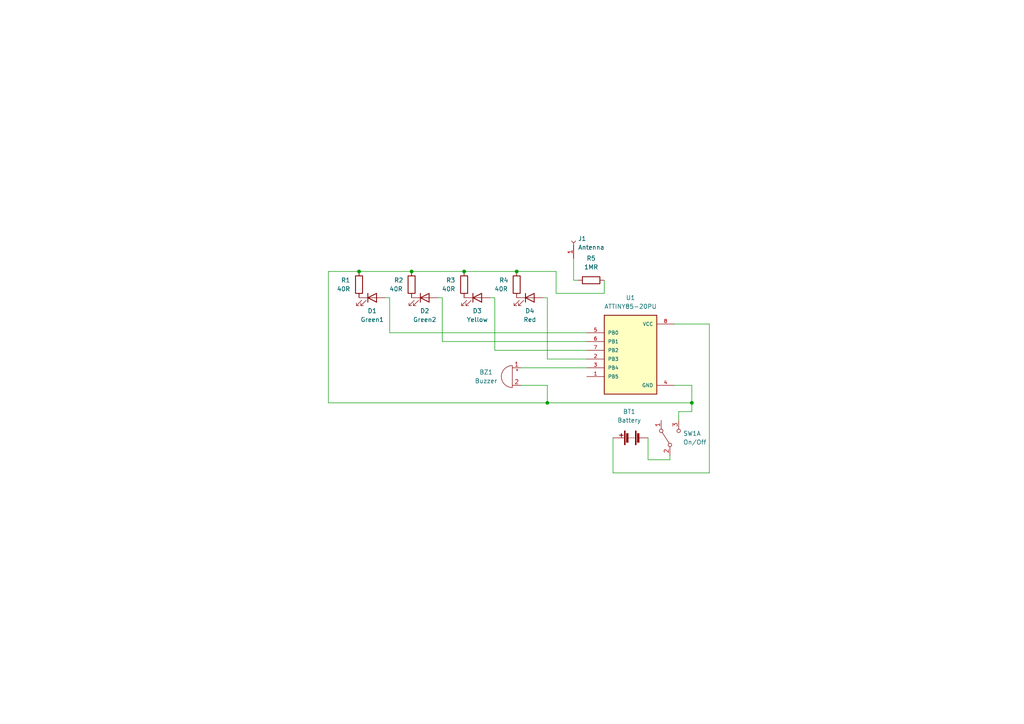
<source format=kicad_sch>
(kicad_sch (version 20211123) (generator eeschema)
  (paper "A4")
  (title_block (title "EMF Detector (K2)") (date "2025-06-16") (company "HaneiNeko"))
  (lib_symbols
    (symbol "ATTINY85-20PU:ATTINY85-20PU" (pin_names (offset 1.016))
      (property "Reference" "U" (at -7.6263 11.4395 0))
      (property "Value" "ATTINY85-20PU" (at -7.5506 -13.9826 0))
      (symbol "ATTINY85-20PU_0_0"
        (rectangle (start -7.62 -11.43) (end 7.62 11.43) (stroke (width 0.254)) (fill (type background)))
        (pin bidirectional line (at -12.7 -6.35 0) (length 5.08) (name "PB5") (number "1"))
        (pin bidirectional line (at -12.7 -1.27 0) (length 5.08) (name "PB3") (number "2"))
        (pin bidirectional line (at -12.7 -3.81 0) (length 5.08) (name "PB4") (number "3"))
        (pin power_in line (at 12.7 -8.89 180) (length 5.08) (name "GND") (number "4"))
        (pin bidirectional line (at -12.7 6.35 0) (length 5.08) (name "PB0") (number "5"))
        (pin bidirectional line (at -12.7 3.81 0) (length 5.08) (name "PB1") (number "6"))
        (pin bidirectional line (at -12.7 1.27 0) (length 5.08) (name "PB2") (number "7"))
        (pin power_in line (at 12.7 8.89 180) (length 5.08) (name "VCC") (number "8"))
      )
    )
    (symbol "Connector:Conn_01x01_Female" (pin_names (offset 1.016) hide)
      (property "Reference" "J" (at 0 2.54 0))
      (property "Value" "Conn_01x01_Female" (at 0 -2.54 0))
      (symbol "Conn_01x01_Female_1_1"
        (polyline (pts (xy -1.27 0) (xy -0.508 0)) (stroke (width 0.1524)))
        (arc (start 0 0.508) (mid -0.508 0) (end 0 -0.508) (stroke (width 0.1524)))
        (pin passive line (at -5.08 0 0) (length 3.81) (name "Pin_1") (number "1"))
      )
    )
    (symbol "Device:Battery" (pin_numbers hide) (pin_names (offset 0) hide)
      (property "Reference" "BT" (at 2.54 2.54 0))
      (property "Value" "Battery" (at 2.54 0 0))
      (symbol "Battery_0_1"
        (rectangle (start -2.032 -1.397) (end 2.032 -1.651) (fill (type outline)))
        (rectangle (start -2.032 1.778) (end 2.032 1.524) (fill (type outline)))
        (rectangle (start -1.3208 -1.9812) (end 1.27 -2.4892) (fill (type outline)))
        (rectangle (start -1.3208 1.1938) (end 1.27 0.6858) (fill (type outline)))
        (polyline (pts (xy 0 -1.524) (xy 0 -1.27)))
        (polyline (pts (xy 0 -1.016) (xy 0 -0.762)))
        (polyline (pts (xy 0 -0.508) (xy 0 -0.254)))
        (polyline (pts (xy 0 0) (xy 0 0.254)))
        (polyline (pts (xy 0 0.508) (xy 0 0.762)))
        (polyline (pts (xy 0 1.778) (xy 0 2.54)))
        (polyline (pts (xy 0.254 2.667) (xy 1.27 2.667)) (stroke (width 0.254)))
        (polyline (pts (xy 0.762 3.175) (xy 0.762 2.159)) (stroke (width 0.254)))
      )
      (symbol "Battery_1_1"
        (pin passive line (at 0 5.08 270) (length 2.54) (name "+") (number "1"))
        (pin passive line (at 0 -5.08 90) (length 2.54) (name "-") (number "2"))
      )
    )
    (symbol "Device:Buzzer" (pin_names (offset 0.0254) hide)
      (property "Reference" "BZ" (at 3.81 1.27 0))
      (property "Value" "Buzzer" (at 3.81 -1.27 0))
      (symbol "Buzzer_0_1"
        (arc (start 0 -3.175) (mid 3.175 0) (end 0 3.175))
        (polyline (pts (xy -1.651 1.905) (xy -1.143 1.905)))
        (polyline (pts (xy -1.397 2.159) (xy -1.397 1.651)))
        (polyline (pts (xy 0 3.175) (xy 0 -3.175)))
      )
      (symbol "Buzzer_1_1"
        (pin passive line (at -2.54 2.54 0) (length 2.54) (name "-") (number "1"))
        (pin passive line (at -2.54 -2.54 0) (length 2.54) (name "+") (number "2"))
      )
    )
    (symbol "Device:LED" (pin_numbers hide) (pin_names (offset 1.016) hide)
      (property "Reference" "D" (at 0 2.54 0))
      (property "Value" "LED" (at 0 -2.54 0))
      (symbol "LED_0_1"
        (polyline (pts (xy -1.27 -1.27) (xy -1.27 1.27)) (stroke (width 0.254)))
        (polyline (pts (xy -1.27 0) (xy 1.27 0)))
        (polyline (pts (xy 1.27 -1.27) (xy 1.27 1.27) (xy -1.27 0) (xy 1.27 -1.27)) (stroke (width 0.254)))
        (polyline (pts (xy -3.048 -0.762) (xy -4.572 -2.286) (xy -3.81 -2.286) (xy -4.572 -2.286) (xy -4.572 -1.524)))
        (polyline (pts (xy -1.778 -0.762) (xy -3.302 -2.286) (xy -2.54 -2.286) (xy -3.302 -2.286) (xy -3.302 -1.524)))
      )
      (symbol "LED_1_1"
        (pin passive line (at -3.81 0 0) (length 2.54) (name "K") (number "1"))
        (pin passive line (at 3.81 0 180) (length 2.54) (name "A") (number "2"))
      )
    )
    (symbol "Device:R" (pin_numbers hide) (pin_names (offset 0))
      (property "Reference" "R" (at 2.032 0 90))
      (property "Value" "R" (at 0 0 90))
      (symbol "R_0_1"
        (rectangle (start -1.016 -2.54) (end 1.016 2.54) (stroke (width 0.254)))
      )
      (symbol "R_1_1"
        (pin passive line (at 0 3.81 270) (length 1.27) (name "~") (number "1"))
        (pin passive line (at 0 -3.81 90) (length 1.27) (name "~") (number "2"))
      )
    )
    (symbol "Switch:SW_DPDT_x2" (pin_names (offset 0) hide)
      (property "Reference" "SW" (at 0 4.318 0))
      (property "Value" "SW_DPDT_x2" (at 0 -5.08 0))
      (symbol "SW_DPDT_x2_0_0"
        (circle (center -2.032 0) (radius 0.508))
        (circle (center 2.032 -2.54) (radius 0.508))
      )
      (symbol "SW_DPDT_x2_0_1"
        (polyline (pts (xy -1.524 0.254) (xy 1.651 2.286)))
        (circle (center 2.032 2.54) (radius 0.508))
      )
      (symbol "SW_DPDT_x2_1_1"
        (pin passive line (at 5.08 2.54 180) (length 2.54) (name "A") (number "1"))
        (pin passive line (at -5.08 0 0) (length 2.54) (name "B") (number "2"))
        (pin passive line (at 5.08 -2.54 180) (length 2.54) (name "C") (number "3"))
      )
      (symbol "SW_DPDT_x2_2_1"
        (pin passive line (at 5.08 2.54 180) (length 2.54) (name "A") (number "4"))
        (pin passive line (at -5.08 0 0) (length 2.54) (name "B") (number "5"))
        (pin passive line (at 5.08 -2.54 180) (length 2.54) (name "C") (number "6"))
      )
    )
  )
  (junction (at 104.14 78.74))
  (junction (at 119.38 78.74))
  (junction (at 158.75 116.84))
  (junction (at 149.86 78.74))
  (junction (at 200.66 116.84))
  (junction (at 134.62 78.74))
  (wire (pts (xy 104.14 78.74) (xy 95.25 78.74)))
  (wire (pts (xy 158.75 86.36) (xy 158.75 104.14)))
  (wire (pts (xy 128.27 86.36) (xy 128.27 99.06)))
  (wire (pts (xy 205.74 93.98) (xy 195.58 93.98)))
  (wire (pts (xy 158.75 104.14) (xy 170.18 104.14)))
  (wire (pts (xy 196.85 121.92) (xy 196.85 119.38)))
  (wire (pts (xy 200.66 119.38) (xy 200.66 116.84)))
  (wire (pts (xy 104.14 78.74) (xy 119.38 78.74)))
  (wire (pts (xy 175.26 85.09) (xy 161.29 85.09)))
  (wire (pts (xy 143.51 86.36) (xy 143.51 101.6)))
  (wire (pts (xy 167.64 81.28) (xy 166.37 81.28)))
  (wire (pts (xy 158.75 111.76) (xy 158.75 116.84)))
  (wire (pts (xy 113.03 96.52) (xy 170.18 96.52)))
  (wire (pts (xy 151.13 111.76) (xy 158.75 111.76)))
  (wire (pts (xy 187.96 133.35) (xy 194.31 133.35)))
  (wire (pts (xy 158.75 86.36) (xy 157.48 86.36)))
  (wire (pts (xy 205.74 93.98) (xy 205.74 137.16)))
  (wire (pts (xy 151.13 106.68) (xy 170.18 106.68)))
  (wire (pts (xy 95.25 116.84) (xy 158.75 116.84)))
  (wire (pts (xy 187.96 127) (xy 187.96 133.35)))
  (wire (pts (xy 200.66 111.76) (xy 200.66 116.84)))
  (wire (pts (xy 161.29 85.09) (xy 161.29 78.74)))
  (wire (pts (xy 143.51 86.36) (xy 142.24 86.36)))
  (wire (pts (xy 113.03 86.36) (xy 113.03 96.52)))
  (wire (pts (xy 95.25 78.74) (xy 95.25 116.84)))
  (wire (pts (xy 196.85 119.38) (xy 200.66 119.38)))
  (wire (pts (xy 177.8 127) (xy 177.8 137.16)))
  (wire (pts (xy 143.51 101.6) (xy 170.18 101.6)))
  (wire (pts (xy 166.37 74.93) (xy 166.37 81.28)))
  (wire (pts (xy 194.31 133.35) (xy 194.31 132.08)))
  (wire (pts (xy 128.27 86.36) (xy 127 86.36)))
  (wire (pts (xy 195.58 111.76) (xy 200.66 111.76)))
  (wire (pts (xy 177.8 137.16) (xy 205.74 137.16)))
  (wire (pts (xy 158.75 116.84) (xy 200.66 116.84)))
  (wire (pts (xy 111.76 86.36) (xy 113.03 86.36)))
  (wire (pts (xy 149.86 78.74) (xy 161.29 78.74)))
  (wire (pts (xy 128.27 99.06) (xy 170.18 99.06)))
  (wire (pts (xy 134.62 78.74) (xy 149.86 78.74)))
  (wire (pts (xy 175.26 81.28) (xy 175.26 85.09)))
  (wire (pts (xy 119.38 78.74) (xy 134.62 78.74)))
  (symbol (lib_id "Device:R") (at 134.62 82.55 0) (mirror x) (unit 1)
    (property "Reference" "R3" (at 132.08 81.2799 0) (effects (justify right)))
    (property "Value" "40R" (at 132.08 83.8199 0) (effects (justify right)))
    (property "Footprint" "Resistor_THT:R_Axial_DIN0309_L9.0mm_D3.2mm_P12.70mm_Horizontal" (effects hide))
  )
  (symbol (lib_id "Device:LED") (at 123.19 86.36 0) (unit 1)
    (property "Reference" "D2" (at 123.19 90.17 0))
    (property "Value" "Green2" (at 123.19 92.71 0))
    (property "Footprint" "LED_THT:LED_D3.0mm" (effects hide))
  )
  (symbol (lib_id "Device:LED") (at 138.43 86.36 0) (unit 1)
    (property "Reference" "D3" (at 138.43 90.17 0))
    (property "Value" "Yellow" (at 138.43 92.71 0))
    (property "Footprint" "LED_THT:LED_D3.0mm" (effects hide))
  )
  (symbol (lib_id "Device:R") (at 119.38 82.55 0) (mirror x) (unit 1)
    (property "Reference" "R2" (at 114.3 81.28 0) (effects (justify left)))
    (property "Value" "40R" (at 116.84 83.8199 0) (effects (justify right)))
    (property "Footprint" "Resistor_THT:R_Axial_DIN0309_L9.0mm_D3.2mm_P12.70mm_Horizontal" (effects hide))
  )
  (symbol (lib_id "ATTINY85-20PU:ATTINY85-20PU") (at 182.88 102.87 0) (unit 1)
    (property "Reference" "U1" (at 182.88 86.36 0))
    (property "Value" "ATTINY85-20PU" (at 182.88 88.9 0))
    (property "Footprint" "ATTINY85-20PU:DIP762W46P254L927H533Q8B" (effects hide))
    (property "MF" "Microchip" (effects hide))
    (property "Description" "\n                        \n                            AVR AVR® ATtiny, Functional Safety (FuSa) Microcontroller IC 8-Bit 20MHz 8KB (4K x 16) FLASH 8-PDIP\n                        \n" (effects hide))
    (property "Package" "DIP-8 Atmel" (effects hide))
    (property "Price" "None" (effects hide))
    (property "Check_prices" "https://www.snapeda.com/parts/ATTINY85-20PU/Microchip/view-part/?ref=eda" (effects hide))
    (property "SnapEDA_Link" "https://www.snapeda.com/parts/ATTINY85-20PU/Microchip/view-part/?ref=snap" (effects hide))
    (property "MP" "ATTINY85-20PU" (effects hide))
    (property "Availability" "In Stock" (effects hide))
    (property "MANUFACTURER" "Atmel" (effects hide))
  )
  (symbol (lib_id "Connector:Conn_01x01_Female") (at 166.37 69.85 90) (unit 1)
    (property "Reference" "J1" (at 167.64 69.2149 90) (effects (justify right)))
    (property "Value" "Antenna" (at 167.64 71.7549 90) (effects (justify right)))
    (property "Footprint" "Connector_PinHeader_1.00mm:PinHeader_1x01_P1.00mm_Vertical" (effects hide))
  )
  (symbol (lib_id "Device:LED") (at 107.95 86.36 0) (unit 1)
    (property "Reference" "D1" (at 107.95 90.17 0))
    (property "Value" "Green1" (at 107.95 92.71 0))
    (property "Footprint" "LED_THT:LED_D3.0mm" (effects hide))
  )
  (symbol (lib_id "Device:R") (at 149.86 82.55 0) (mirror x) (unit 1)
    (property "Reference" "R4" (at 144.78 81.28 0) (effects (justify left)))
    (property "Value" "40R" (at 147.32 83.8199 0) (effects (justify right)))
    (property "Footprint" "Resistor_THT:R_Axial_DIN0309_L9.0mm_D3.2mm_P12.70mm_Horizontal" (effects hide))
  )
  (symbol (lib_id "Switch:SW_DPDT_x2") (at 194.31 127 90) (unit 1)
    (property "Reference" "SW1" (at 198.12 125.7299 90) (effects (justify right)))
    (property "Value" "On/Off" (at 198.12 128.2699 90) (effects (justify right)))
    (property "Footprint" "Button_Switch_THT:SW_CuK_OS102011MA1QN1_SPDT_Angled" (effects hide))
  )
  (symbol (lib_id "Device:R") (at 171.45 81.28 270) (unit 1)
    (property "Reference" "R5" (at 171.45 74.93 90))
    (property "Value" "1MR" (at 171.45 77.47 90))
    (property "Footprint" "Resistor_THT:R_Axial_DIN0309_L9.0mm_D3.2mm_P12.70mm_Horizontal" (effects hide))
  )
  (symbol (lib_id "Device:Battery") (at 182.88 127 90) (unit 1)
    (property "Reference" "BT1" (at 182.499 119.38 90))
    (property "Value" "Battery" (at 182.499 121.92 90))
    (property "Footprint" "Battery:BatteryHolder_MPD_BC2003_1x2032" (effects hide))
  )
  (symbol (lib_id "Device:R") (at 104.14 82.55 0) (mirror x) (unit 1)
    (property "Reference" "R1" (at 101.6 81.2799 0) (effects (justify right)))
    (property "Value" "40R" (at 101.6 83.8199 0) (effects (justify right)))
    (property "Footprint" "Resistor_THT:R_Axial_DIN0309_L9.0mm_D3.2mm_P12.70mm_Horizontal" (effects hide))
  )
  (symbol (lib_id "Device:LED") (at 153.67 86.36 0) (unit 1)
    (property "Reference" "D4" (at 153.67 90.17 0))
    (property "Value" "Red" (at 153.67 92.71 0))
    (property "Footprint" "LED_THT:LED_D3.0mm" (effects hide))
  )
  (symbol (lib_id "Device:Buzzer") (at 148.59 109.22 0) (mirror y) (unit 1)
    (property "Reference" "BZ1" (at 140.97 107.95 0))
    (property "Value" "Buzzer" (at 140.97 110.49 0))
    (property "Footprint" "Buzzer_Beeper:Buzzer_12x9.5RM7.6" (effects hide))
  )
)
</source>
